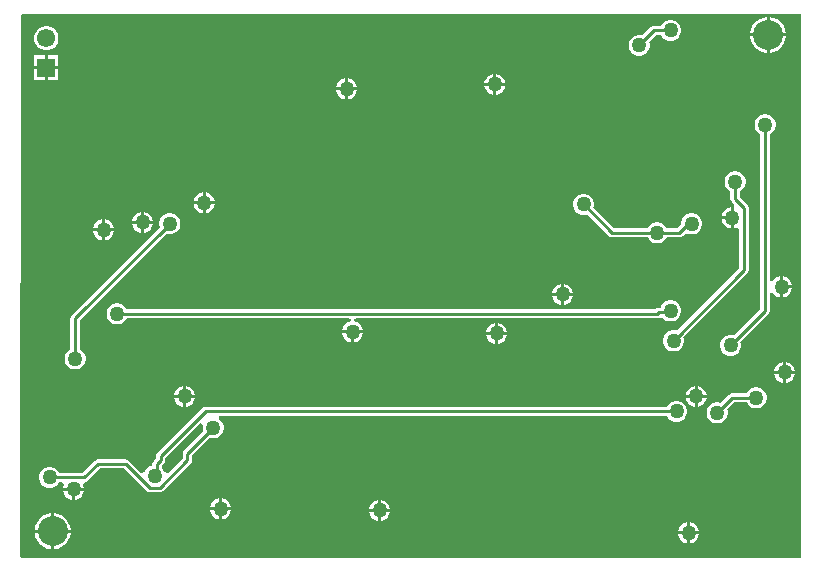
<source format=gbl>
G04*
G04 #@! TF.GenerationSoftware,Altium Limited,Altium Designer,25.0.2 (28)*
G04*
G04 Layer_Physical_Order=2*
G04 Layer_Color=16711680*
%FSLAX44Y44*%
%MOMM*%
G71*
G04*
G04 #@! TF.SameCoordinates,877775E4-4AF8-4732-A6CF-0C93CC7184C8*
G04*
G04*
G04 #@! TF.FilePolarity,Positive*
G04*
G01*
G75*
%ADD15C,0.2540*%
%ADD31C,1.5500*%
%ADD32R,1.5500X1.5500*%
%ADD34C,2.5400*%
%ADD35C,1.2700*%
G36*
X1332230Y590550D02*
X672358D01*
X670565Y592349D01*
X671825Y1051034D01*
X673100Y1051560D01*
X1332230D01*
Y590550D01*
D02*
G37*
%LPC*%
G36*
X1305791Y1049020D02*
X1305560D01*
Y1035050D01*
X1319530D01*
Y1035281D01*
X1318944Y1038225D01*
X1317796Y1040999D01*
X1316128Y1043495D01*
X1314005Y1045618D01*
X1311509Y1047286D01*
X1308735Y1048434D01*
X1305791Y1049020D01*
D02*
G37*
G36*
X1303020D02*
X1302789D01*
X1299845Y1048434D01*
X1297071Y1047286D01*
X1294575Y1045618D01*
X1292452Y1043495D01*
X1290784Y1040999D01*
X1289636Y1038225D01*
X1289050Y1035281D01*
Y1035050D01*
X1303020D01*
Y1049020D01*
D02*
G37*
G36*
X1222910Y1046480D02*
X1220570D01*
X1218309Y1045874D01*
X1216281Y1044704D01*
X1214626Y1043049D01*
X1213717Y1041475D01*
X1207770D01*
X1206283Y1041179D01*
X1205023Y1040337D01*
X1197996Y1033310D01*
X1196240Y1033780D01*
X1193900D01*
X1191639Y1033174D01*
X1189611Y1032004D01*
X1187956Y1030349D01*
X1186786Y1028321D01*
X1186180Y1026060D01*
Y1023720D01*
X1186786Y1021459D01*
X1187956Y1019431D01*
X1189611Y1017776D01*
X1191639Y1016606D01*
X1193900Y1016000D01*
X1196240D01*
X1198501Y1016606D01*
X1200529Y1017776D01*
X1202184Y1019431D01*
X1203354Y1021459D01*
X1203960Y1023720D01*
Y1026060D01*
X1203490Y1027816D01*
X1209379Y1033705D01*
X1213717D01*
X1214626Y1032131D01*
X1216281Y1030476D01*
X1218309Y1029306D01*
X1220570Y1028700D01*
X1222910D01*
X1225171Y1029306D01*
X1227199Y1030476D01*
X1228854Y1032131D01*
X1230024Y1034159D01*
X1230630Y1036420D01*
Y1038760D01*
X1230024Y1041021D01*
X1228854Y1043049D01*
X1227199Y1044704D01*
X1225171Y1045874D01*
X1222910Y1046480D01*
D02*
G37*
G36*
X694605Y1041330D02*
X691895D01*
X689278Y1040629D01*
X686932Y1039274D01*
X685016Y1037358D01*
X683661Y1035012D01*
X682960Y1032395D01*
Y1029685D01*
X683661Y1027068D01*
X685016Y1024722D01*
X686932Y1022806D01*
X689278Y1021451D01*
X691895Y1020750D01*
X694605D01*
X697222Y1021451D01*
X699568Y1022806D01*
X701484Y1024722D01*
X702839Y1027068D01*
X703540Y1029685D01*
Y1032395D01*
X702839Y1035012D01*
X701484Y1037358D01*
X699568Y1039274D01*
X697222Y1040629D01*
X694605Y1041330D01*
D02*
G37*
G36*
X1319530Y1032510D02*
X1305560D01*
Y1018540D01*
X1305791D01*
X1308735Y1019126D01*
X1311509Y1020275D01*
X1314005Y1021942D01*
X1316128Y1024065D01*
X1317796Y1026561D01*
X1318944Y1029335D01*
X1319530Y1032279D01*
Y1032510D01*
D02*
G37*
G36*
X1303020D02*
X1289050D01*
Y1032279D01*
X1289636Y1029335D01*
X1290784Y1026561D01*
X1292452Y1024065D01*
X1294575Y1021942D01*
X1297071Y1020275D01*
X1299845Y1019126D01*
X1302789Y1018540D01*
X1303020D01*
Y1032510D01*
D02*
G37*
G36*
X703540Y1016330D02*
X694520D01*
Y1007310D01*
X703540D01*
Y1016330D01*
D02*
G37*
G36*
X691980D02*
X682960D01*
Y1007310D01*
X691980D01*
Y1016330D01*
D02*
G37*
G36*
X703540Y1004770D02*
X694520D01*
Y995750D01*
X703540D01*
Y1004770D01*
D02*
G37*
G36*
X691980D02*
X682960D01*
Y995750D01*
X691980D01*
Y1004770D01*
D02*
G37*
G36*
X1074310Y1000733D02*
Y993140D01*
X1081903D01*
X1081324Y995301D01*
X1080154Y997329D01*
X1078499Y998984D01*
X1076471Y1000154D01*
X1074310Y1000733D01*
D02*
G37*
G36*
X1071770D02*
X1069609Y1000154D01*
X1067581Y998984D01*
X1065926Y997329D01*
X1064756Y995301D01*
X1064177Y993140D01*
X1071770D01*
Y1000733D01*
D02*
G37*
G36*
X948690Y996923D02*
Y989330D01*
X956283D01*
X955704Y991491D01*
X954534Y993519D01*
X952879Y995174D01*
X950851Y996344D01*
X948690Y996923D01*
D02*
G37*
G36*
X946150D02*
X943989Y996344D01*
X941961Y995174D01*
X940306Y993519D01*
X939136Y991491D01*
X938557Y989330D01*
X946150D01*
Y996923D01*
D02*
G37*
G36*
X1081903Y990600D02*
X1074310D01*
Y983007D01*
X1076471Y983586D01*
X1078499Y984756D01*
X1080154Y986411D01*
X1081324Y988439D01*
X1081903Y990600D01*
D02*
G37*
G36*
X1071770D02*
X1064177D01*
X1064756Y988439D01*
X1065926Y986411D01*
X1067581Y984756D01*
X1069609Y983586D01*
X1071770Y983007D01*
Y990600D01*
D02*
G37*
G36*
X956283Y986790D02*
X948690D01*
Y979197D01*
X950851Y979776D01*
X952879Y980946D01*
X954534Y982601D01*
X955704Y984629D01*
X956283Y986790D01*
D02*
G37*
G36*
X946150D02*
X938557D01*
X939136Y984629D01*
X940306Y982601D01*
X941961Y980946D01*
X943989Y979776D01*
X946150Y979197D01*
Y986790D01*
D02*
G37*
G36*
X828040Y900403D02*
Y892810D01*
X835633D01*
X835054Y894971D01*
X833884Y896999D01*
X832229Y898654D01*
X830201Y899824D01*
X828040Y900403D01*
D02*
G37*
G36*
X825500D02*
X823339Y899824D01*
X821311Y898654D01*
X819656Y896999D01*
X818486Y894971D01*
X817907Y892810D01*
X825500D01*
Y900403D01*
D02*
G37*
G36*
X835633Y890270D02*
X828040D01*
Y882677D01*
X830201Y883256D01*
X832229Y884426D01*
X833884Y886081D01*
X835054Y888109D01*
X835633Y890270D01*
D02*
G37*
G36*
X825500D02*
X817907D01*
X818486Y888109D01*
X819656Y886081D01*
X821311Y884426D01*
X823339Y883256D01*
X825500Y882677D01*
Y890270D01*
D02*
G37*
G36*
X1272540Y887703D02*
X1270379Y887124D01*
X1268351Y885954D01*
X1266696Y884299D01*
X1265526Y882271D01*
X1264947Y880110D01*
X1272540D01*
Y887703D01*
D02*
G37*
G36*
X775970Y883893D02*
Y876300D01*
X783563D01*
X782984Y878461D01*
X781814Y880489D01*
X780159Y882144D01*
X778131Y883314D01*
X775970Y883893D01*
D02*
G37*
G36*
X773430D02*
X771269Y883314D01*
X769241Y882144D01*
X767586Y880489D01*
X766416Y878461D01*
X765837Y876300D01*
X773430D01*
Y883893D01*
D02*
G37*
G36*
X1272540Y877570D02*
X1264947D01*
X1265526Y875409D01*
X1266696Y873381D01*
X1268351Y871726D01*
X1270379Y870556D01*
X1272540Y869977D01*
Y877570D01*
D02*
G37*
G36*
X742950Y877543D02*
Y869950D01*
X750543D01*
X749964Y872111D01*
X748794Y874139D01*
X747139Y875794D01*
X745111Y876964D01*
X742950Y877543D01*
D02*
G37*
G36*
X740410D02*
X738249Y876964D01*
X736221Y875794D01*
X734566Y874139D01*
X733396Y872111D01*
X732817Y869950D01*
X740410D01*
Y877543D01*
D02*
G37*
G36*
X783563Y873760D02*
X775970D01*
Y866167D01*
X778131Y866746D01*
X780159Y867916D01*
X781814Y869571D01*
X782984Y871599D01*
X783563Y873760D01*
D02*
G37*
G36*
X773430D02*
X765837D01*
X766416Y871599D01*
X767586Y869571D01*
X769241Y867916D01*
X771269Y866746D01*
X773430Y866167D01*
Y873760D01*
D02*
G37*
G36*
X798918Y882838D02*
X796577D01*
X794316Y882232D01*
X792289Y881061D01*
X790634Y879406D01*
X789463Y877379D01*
X788857Y875118D01*
Y872777D01*
X789328Y871022D01*
X714803Y796497D01*
X713961Y795237D01*
X713665Y793750D01*
Y767483D01*
X712091Y766574D01*
X710436Y764919D01*
X709266Y762891D01*
X708660Y760630D01*
Y758290D01*
X709266Y756029D01*
X710436Y754001D01*
X712091Y752346D01*
X714119Y751176D01*
X716380Y750570D01*
X718720D01*
X720981Y751176D01*
X723009Y752346D01*
X724664Y754001D01*
X725834Y756029D01*
X726440Y758290D01*
Y760630D01*
X725834Y762891D01*
X724664Y764919D01*
X723009Y766574D01*
X721435Y767483D01*
Y792141D01*
X794822Y865528D01*
X796577Y865058D01*
X798918D01*
X801179Y865663D01*
X803206Y866834D01*
X804861Y868489D01*
X806032Y870516D01*
X806637Y872777D01*
Y875118D01*
X806032Y877379D01*
X804861Y879406D01*
X803206Y881061D01*
X801179Y882232D01*
X798918Y882838D01*
D02*
G37*
G36*
X1149250Y899160D02*
X1146910D01*
X1144649Y898554D01*
X1142621Y897384D01*
X1140966Y895729D01*
X1139796Y893701D01*
X1139190Y891440D01*
Y889100D01*
X1139796Y886839D01*
X1140966Y884811D01*
X1142621Y883156D01*
X1144649Y881986D01*
X1146910Y881380D01*
X1149250D01*
X1151006Y881850D01*
X1169463Y863393D01*
X1170723Y862551D01*
X1172210Y862255D01*
X1202288D01*
X1203196Y860681D01*
X1204851Y859026D01*
X1206879Y857856D01*
X1209140Y857250D01*
X1211480D01*
X1213741Y857856D01*
X1215769Y859026D01*
X1217424Y860681D01*
X1218333Y862255D01*
X1229151D01*
X1230637Y862551D01*
X1231898Y863393D01*
X1234752Y866247D01*
X1236089Y865476D01*
X1238350Y864870D01*
X1240690D01*
X1242951Y865476D01*
X1244979Y866646D01*
X1246634Y868301D01*
X1247804Y870329D01*
X1248410Y872590D01*
Y874930D01*
X1247804Y877191D01*
X1246634Y879219D01*
X1244979Y880874D01*
X1242951Y882044D01*
X1240690Y882650D01*
X1238350D01*
X1236089Y882044D01*
X1234061Y880874D01*
X1232406Y879219D01*
X1231236Y877191D01*
X1230630Y874930D01*
Y873113D01*
X1227542Y870025D01*
X1218333D01*
X1217424Y871599D01*
X1215769Y873254D01*
X1213741Y874424D01*
X1211480Y875030D01*
X1209140D01*
X1206879Y874424D01*
X1204851Y873254D01*
X1203196Y871599D01*
X1202288Y870025D01*
X1173819D01*
X1156500Y887344D01*
X1156970Y889100D01*
Y891440D01*
X1156364Y893701D01*
X1155194Y895729D01*
X1153539Y897384D01*
X1151511Y898554D01*
X1149250Y899160D01*
D02*
G37*
G36*
X750543Y867410D02*
X742950D01*
Y859817D01*
X745111Y860396D01*
X747139Y861566D01*
X748794Y863221D01*
X749964Y865249D01*
X750543Y867410D01*
D02*
G37*
G36*
X740410D02*
X732817D01*
X733396Y865249D01*
X734566Y863221D01*
X736221Y861566D01*
X738249Y860396D01*
X740410Y859817D01*
Y867410D01*
D02*
G37*
G36*
X1316990Y829283D02*
Y821690D01*
X1324583D01*
X1324004Y823851D01*
X1322834Y825879D01*
X1321179Y827534D01*
X1319151Y828704D01*
X1316990Y829283D01*
D02*
G37*
G36*
X1131570Y822933D02*
Y815340D01*
X1139163D01*
X1138584Y817501D01*
X1137414Y819529D01*
X1135759Y821184D01*
X1133731Y822354D01*
X1131570Y822933D01*
D02*
G37*
G36*
X1129030D02*
X1126869Y822354D01*
X1124841Y821184D01*
X1123186Y819529D01*
X1122016Y817501D01*
X1121437Y815340D01*
X1129030D01*
Y822933D01*
D02*
G37*
G36*
X1324583Y819150D02*
X1316990D01*
Y811557D01*
X1319151Y812136D01*
X1321179Y813306D01*
X1322834Y814961D01*
X1324004Y816989D01*
X1324583Y819150D01*
D02*
G37*
G36*
X1302920Y966470D02*
X1300580D01*
X1298319Y965864D01*
X1296291Y964694D01*
X1294636Y963039D01*
X1293466Y961011D01*
X1292860Y958750D01*
Y956410D01*
X1293466Y954149D01*
X1294636Y952121D01*
X1296291Y950466D01*
X1297865Y949557D01*
Y801709D01*
X1275466Y779310D01*
X1273710Y779780D01*
X1271370D01*
X1269109Y779174D01*
X1267081Y778004D01*
X1265426Y776349D01*
X1264256Y774321D01*
X1263650Y772060D01*
Y769720D01*
X1264256Y767459D01*
X1265426Y765431D01*
X1267081Y763776D01*
X1269109Y762606D01*
X1271370Y762000D01*
X1273710D01*
X1275971Y762606D01*
X1277999Y763776D01*
X1279654Y765431D01*
X1280824Y767459D01*
X1281430Y769720D01*
Y772060D01*
X1280960Y773816D01*
X1304497Y797353D01*
X1305339Y798613D01*
X1305635Y800100D01*
Y815028D01*
X1308175Y815709D01*
X1308606Y814961D01*
X1310261Y813306D01*
X1312289Y812136D01*
X1314450Y811557D01*
Y820420D01*
Y829283D01*
X1312289Y828704D01*
X1310261Y827534D01*
X1308606Y825879D01*
X1308175Y825131D01*
X1305635Y825812D01*
Y949557D01*
X1307209Y950466D01*
X1308864Y952121D01*
X1310034Y954149D01*
X1310640Y956410D01*
Y958750D01*
X1310034Y961011D01*
X1308864Y963039D01*
X1307209Y964694D01*
X1305181Y965864D01*
X1302920Y966470D01*
D02*
G37*
G36*
X1139163Y812800D02*
X1131570D01*
Y805207D01*
X1133731Y805786D01*
X1135759Y806956D01*
X1137414Y808611D01*
X1138584Y810639D01*
X1139163Y812800D01*
D02*
G37*
G36*
X1129030D02*
X1121437D01*
X1122016Y810639D01*
X1123186Y808611D01*
X1124841Y806956D01*
X1126869Y805786D01*
X1129030Y805207D01*
Y812800D01*
D02*
G37*
G36*
X1222910Y808990D02*
X1220570D01*
X1218309Y808384D01*
X1216281Y807214D01*
X1214626Y805559D01*
X1213456Y803531D01*
X1213245Y802745D01*
X1211580D01*
X1210093Y802449D01*
X1208833Y801607D01*
X1208701Y801475D01*
X761115D01*
X760224Y803019D01*
X758569Y804674D01*
X756541Y805844D01*
X754280Y806450D01*
X751940D01*
X749679Y805844D01*
X747651Y804674D01*
X745996Y803019D01*
X744826Y800991D01*
X744220Y798730D01*
Y796390D01*
X744826Y794129D01*
X745996Y792101D01*
X747651Y790446D01*
X749679Y789276D01*
X751940Y788670D01*
X754280D01*
X756541Y789276D01*
X758569Y790446D01*
X760224Y792101D01*
X761150Y793705D01*
X948755D01*
X951229Y793544D01*
Y793544D01*
D01*
X951330Y791210D01*
X951187Y791172D01*
X949069Y790604D01*
X947041Y789434D01*
X945386Y787779D01*
X944216Y785751D01*
X943637Y783590D01*
X961363D01*
X960784Y785751D01*
X959614Y787779D01*
X957959Y789434D01*
X955931Y790604D01*
X953813Y791172D01*
X953670Y791210D01*
X953771Y793544D01*
X956245Y793705D01*
X1210310D01*
X1211796Y794001D01*
X1212162Y794246D01*
X1214626Y794641D01*
X1216281Y792986D01*
X1218309Y791816D01*
X1220570Y791210D01*
X1222910D01*
X1225171Y791816D01*
X1227199Y792986D01*
X1228854Y794641D01*
X1230024Y796669D01*
X1230630Y798930D01*
Y801270D01*
X1230024Y803531D01*
X1228854Y805559D01*
X1227199Y807214D01*
X1225171Y808384D01*
X1222910Y808990D01*
D02*
G37*
G36*
X1277520Y918210D02*
X1275180D01*
X1272919Y917604D01*
X1270891Y916434D01*
X1269236Y914779D01*
X1268066Y912751D01*
X1267460Y910490D01*
Y908150D01*
X1268066Y905889D01*
X1269236Y903861D01*
X1270891Y902206D01*
X1272465Y901298D01*
Y895046D01*
X1272761Y893560D01*
X1273603Y892299D01*
X1275749Y890154D01*
X1275289Y888704D01*
X1275080Y888417D01*
Y878840D01*
Y869977D01*
X1277241Y870556D01*
X1277545Y870731D01*
X1280085Y869265D01*
Y835999D01*
X1227206Y783120D01*
X1225450Y783590D01*
X1223110D01*
X1220849Y782984D01*
X1218821Y781814D01*
X1217166Y780159D01*
X1215996Y778131D01*
X1215390Y775870D01*
Y773530D01*
X1215996Y771269D01*
X1217166Y769241D01*
X1218821Y767586D01*
X1220849Y766416D01*
X1223110Y765810D01*
X1225450D01*
X1227711Y766416D01*
X1229739Y767586D01*
X1231394Y769241D01*
X1232564Y771269D01*
X1233170Y773530D01*
Y775870D01*
X1232700Y777626D01*
X1286717Y831643D01*
X1287559Y832903D01*
X1287855Y834390D01*
Y887426D01*
X1287559Y888913D01*
X1286717Y890173D01*
X1280235Y896655D01*
Y901298D01*
X1281809Y902206D01*
X1283464Y903861D01*
X1284634Y905889D01*
X1285240Y908150D01*
Y910490D01*
X1284634Y912751D01*
X1283464Y914779D01*
X1281809Y916434D01*
X1279781Y917604D01*
X1277520Y918210D01*
D02*
G37*
G36*
X1075690Y789913D02*
Y782320D01*
X1083283D01*
X1082704Y784481D01*
X1081534Y786509D01*
X1079879Y788164D01*
X1077851Y789334D01*
X1075690Y789913D01*
D02*
G37*
G36*
X1073150D02*
X1070989Y789334D01*
X1068961Y788164D01*
X1067306Y786509D01*
X1066136Y784481D01*
X1065557Y782320D01*
X1073150D01*
Y789913D01*
D02*
G37*
G36*
X961363Y781050D02*
X953770D01*
Y773457D01*
X955931Y774036D01*
X957959Y775206D01*
X959614Y776861D01*
X960784Y778889D01*
X961363Y781050D01*
D02*
G37*
G36*
X951230D02*
X943637D01*
X944216Y778889D01*
X945386Y776861D01*
X947041Y775206D01*
X949069Y774036D01*
X951230Y773457D01*
Y781050D01*
D02*
G37*
G36*
X1083283Y779780D02*
X1075690D01*
Y772187D01*
X1077851Y772766D01*
X1079879Y773936D01*
X1081534Y775591D01*
X1082704Y777619D01*
X1083283Y779780D01*
D02*
G37*
G36*
X1073150D02*
X1065557D01*
X1066136Y777619D01*
X1067306Y775591D01*
X1068961Y773936D01*
X1070989Y772766D01*
X1073150Y772187D01*
Y779780D01*
D02*
G37*
G36*
X1319530Y756893D02*
Y749300D01*
X1327123D01*
X1326544Y751461D01*
X1325374Y753489D01*
X1323719Y755144D01*
X1321691Y756314D01*
X1319530Y756893D01*
D02*
G37*
G36*
X1316990D02*
X1314829Y756314D01*
X1312801Y755144D01*
X1311146Y753489D01*
X1309976Y751461D01*
X1309397Y749300D01*
X1316990D01*
Y756893D01*
D02*
G37*
G36*
X1327123Y746760D02*
X1319530D01*
Y739167D01*
X1321691Y739746D01*
X1323719Y740916D01*
X1325374Y742571D01*
X1326544Y744599D01*
X1327123Y746760D01*
D02*
G37*
G36*
X1316990D02*
X1309397D01*
X1309976Y744599D01*
X1311146Y742571D01*
X1312801Y740916D01*
X1314829Y739746D01*
X1316990Y739167D01*
Y746760D01*
D02*
G37*
G36*
X1244600Y736573D02*
Y728980D01*
X1252193D01*
X1251614Y731141D01*
X1250444Y733169D01*
X1248789Y734824D01*
X1246761Y735994D01*
X1244600Y736573D01*
D02*
G37*
G36*
X1242060D02*
X1239899Y735994D01*
X1237871Y734824D01*
X1236216Y733169D01*
X1235046Y731141D01*
X1234467Y728980D01*
X1242060D01*
Y736573D01*
D02*
G37*
G36*
X811530D02*
Y728980D01*
X819123D01*
X818544Y731141D01*
X817374Y733169D01*
X815719Y734824D01*
X813691Y735994D01*
X811530Y736573D01*
D02*
G37*
G36*
X808990D02*
X806829Y735994D01*
X804801Y734824D01*
X803146Y733169D01*
X801976Y731141D01*
X801397Y728980D01*
X808990D01*
Y736573D01*
D02*
G37*
G36*
X1295300Y735330D02*
X1292960D01*
X1290699Y734724D01*
X1288671Y733554D01*
X1287016Y731899D01*
X1286107Y730325D01*
X1273810D01*
X1272323Y730029D01*
X1271063Y729187D01*
X1264036Y722160D01*
X1262280Y722630D01*
X1259940D01*
X1257679Y722024D01*
X1255651Y720854D01*
X1253996Y719199D01*
X1252826Y717171D01*
X1252220Y714910D01*
Y712570D01*
X1252826Y710309D01*
X1253996Y708281D01*
X1255651Y706626D01*
X1257679Y705456D01*
X1259940Y704850D01*
X1262280D01*
X1264541Y705456D01*
X1266569Y706626D01*
X1268224Y708281D01*
X1269394Y710309D01*
X1270000Y712570D01*
Y714910D01*
X1269530Y716666D01*
X1275419Y722555D01*
X1286107D01*
X1287016Y720981D01*
X1288671Y719326D01*
X1290699Y718156D01*
X1292960Y717550D01*
X1295300D01*
X1297561Y718156D01*
X1299589Y719326D01*
X1301244Y720981D01*
X1302414Y723009D01*
X1303020Y725270D01*
Y727610D01*
X1302414Y729871D01*
X1301244Y731899D01*
X1299589Y733554D01*
X1297561Y734724D01*
X1295300Y735330D01*
D02*
G37*
G36*
X1252193Y726440D02*
X1244600D01*
Y718847D01*
X1246761Y719426D01*
X1248789Y720596D01*
X1250444Y722251D01*
X1251614Y724279D01*
X1252193Y726440D01*
D02*
G37*
G36*
X1242060D02*
X1234467D01*
X1235046Y724279D01*
X1236216Y722251D01*
X1237871Y720596D01*
X1239899Y719426D01*
X1242060Y718847D01*
Y726440D01*
D02*
G37*
G36*
X819123D02*
X811530D01*
Y718847D01*
X813691Y719426D01*
X815719Y720596D01*
X817374Y722251D01*
X818544Y724279D01*
X819123Y726440D01*
D02*
G37*
G36*
X808990D02*
X801397D01*
X801976Y724279D01*
X803146Y722251D01*
X804801Y720596D01*
X806829Y719426D01*
X808990Y718847D01*
Y726440D01*
D02*
G37*
G36*
X1227990Y723900D02*
X1225650D01*
X1223389Y723294D01*
X1221361Y722124D01*
X1219706Y720469D01*
X1218798Y718895D01*
X828040D01*
X826553Y718599D01*
X825293Y717757D01*
X787180Y679644D01*
X786338Y678384D01*
X786043Y676897D01*
Y675226D01*
X784057Y673240D01*
X783215Y671980D01*
X782919Y670493D01*
Y669084D01*
X781429Y668684D01*
X779401Y667514D01*
X777746Y665859D01*
X776576Y663831D01*
X776485Y663492D01*
X773652Y662733D01*
X763079Y673307D01*
X761818Y674149D01*
X760332Y674445D01*
X736904D01*
X735417Y674149D01*
X734157Y673307D01*
X723865Y663015D01*
X703982D01*
X703074Y664589D01*
X701419Y666244D01*
X699391Y667414D01*
X697130Y668020D01*
X694790D01*
X692529Y667414D01*
X690501Y666244D01*
X688846Y664589D01*
X687676Y662561D01*
X687070Y660300D01*
Y657960D01*
X687676Y655699D01*
X688846Y653671D01*
X690501Y652016D01*
X692529Y650846D01*
X694790Y650240D01*
X697130D01*
X699391Y650846D01*
X701419Y652016D01*
X703074Y653671D01*
X703982Y655245D01*
X706705D01*
X708171Y652705D01*
X707996Y652401D01*
X707417Y650240D01*
X725143D01*
X724564Y652401D01*
X724389Y652705D01*
X725098Y654365D01*
X725816Y655313D01*
X726960Y655541D01*
X728221Y656383D01*
X738513Y666675D01*
X758723D01*
X777905Y647493D01*
X779165Y646651D01*
X780652Y646355D01*
X789068D01*
X790555Y646651D01*
X791815Y647493D01*
X815374Y671052D01*
X816216Y672312D01*
X816512Y673798D01*
Y677668D01*
X831464Y692620D01*
X833220Y692150D01*
X835560D01*
X837821Y692756D01*
X839849Y693926D01*
X841504Y695581D01*
X842674Y697609D01*
X843280Y699870D01*
Y702210D01*
X842674Y704471D01*
X841504Y706499D01*
X839849Y708154D01*
X839101Y708585D01*
X839782Y711125D01*
X1218798D01*
X1219706Y709551D01*
X1221361Y707896D01*
X1223389Y706726D01*
X1225650Y706120D01*
X1227990D01*
X1230251Y706726D01*
X1232279Y707896D01*
X1233934Y709551D01*
X1235104Y711579D01*
X1235710Y713840D01*
Y716180D01*
X1235104Y718441D01*
X1233934Y720469D01*
X1232279Y722124D01*
X1230251Y723294D01*
X1227990Y723900D01*
D02*
G37*
G36*
X725143Y647700D02*
X717550D01*
Y640107D01*
X719711Y640686D01*
X721739Y641856D01*
X723394Y643511D01*
X724564Y645539D01*
X725143Y647700D01*
D02*
G37*
G36*
X715010D02*
X707417D01*
X707996Y645539D01*
X709166Y643511D01*
X710821Y641856D01*
X712849Y640686D01*
X715010Y640107D01*
Y647700D01*
D02*
G37*
G36*
X842010Y641323D02*
Y633730D01*
X849603D01*
X849024Y635891D01*
X847854Y637919D01*
X846199Y639574D01*
X844171Y640744D01*
X842010Y641323D01*
D02*
G37*
G36*
X839470D02*
X837309Y640744D01*
X835281Y639574D01*
X833626Y637919D01*
X832456Y635891D01*
X831877Y633730D01*
X839470D01*
Y641323D01*
D02*
G37*
G36*
X976630Y640053D02*
Y632460D01*
X984223D01*
X983644Y634621D01*
X982474Y636649D01*
X980819Y638304D01*
X978791Y639474D01*
X976630Y640053D01*
D02*
G37*
G36*
X974090D02*
X971929Y639474D01*
X969901Y638304D01*
X968246Y636649D01*
X967076Y634621D01*
X966497Y632460D01*
X974090D01*
Y640053D01*
D02*
G37*
G36*
X849603Y631190D02*
X842010D01*
Y623597D01*
X844171Y624176D01*
X846199Y625346D01*
X847854Y627001D01*
X849024Y629029D01*
X849603Y631190D01*
D02*
G37*
G36*
X839470D02*
X831877D01*
X832456Y629029D01*
X833626Y627001D01*
X835281Y625346D01*
X837309Y624176D01*
X839470Y623597D01*
Y631190D01*
D02*
G37*
G36*
X984223Y629920D02*
X976630D01*
Y622327D01*
X978791Y622906D01*
X980819Y624076D01*
X982474Y625731D01*
X983644Y627759D01*
X984223Y629920D01*
D02*
G37*
G36*
X974090D02*
X966497D01*
X967076Y627759D01*
X968246Y625731D01*
X969901Y624076D01*
X971929Y622906D01*
X974090Y622327D01*
Y629920D01*
D02*
G37*
G36*
X700001Y628650D02*
X699770D01*
Y614680D01*
X713740D01*
Y614911D01*
X713154Y617855D01*
X712005Y620629D01*
X710338Y623125D01*
X708215Y625248D01*
X705719Y626916D01*
X702945Y628064D01*
X700001Y628650D01*
D02*
G37*
G36*
X697230D02*
X696999D01*
X694055Y628064D01*
X691281Y626916D01*
X688785Y625248D01*
X686662Y623125D01*
X684995Y620629D01*
X683846Y617855D01*
X683260Y614911D01*
Y614680D01*
X697230D01*
Y628650D01*
D02*
G37*
G36*
X1238250Y621003D02*
Y613410D01*
X1245843D01*
X1245264Y615571D01*
X1244094Y617599D01*
X1242439Y619254D01*
X1240411Y620424D01*
X1238250Y621003D01*
D02*
G37*
G36*
X1235710D02*
X1233549Y620424D01*
X1231521Y619254D01*
X1229866Y617599D01*
X1228696Y615571D01*
X1228117Y613410D01*
X1235710D01*
Y621003D01*
D02*
G37*
G36*
X1245843Y610870D02*
X1238250D01*
Y603277D01*
X1240411Y603856D01*
X1242439Y605026D01*
X1244094Y606681D01*
X1245264Y608709D01*
X1245843Y610870D01*
D02*
G37*
G36*
X1235710D02*
X1228117D01*
X1228696Y608709D01*
X1229866Y606681D01*
X1231521Y605026D01*
X1233549Y603856D01*
X1235710Y603277D01*
Y610870D01*
D02*
G37*
G36*
X713740Y612140D02*
X699770D01*
Y598170D01*
X700001D01*
X702945Y598756D01*
X705719Y599905D01*
X708215Y601572D01*
X710338Y603695D01*
X712005Y606191D01*
X713154Y608965D01*
X713740Y611909D01*
Y612140D01*
D02*
G37*
G36*
X697230D02*
X683260D01*
Y611909D01*
X683846Y608965D01*
X684995Y606191D01*
X686662Y603695D01*
X688785Y601572D01*
X691281Y599905D01*
X694055Y598756D01*
X696999Y598170D01*
X697230D01*
Y612140D01*
D02*
G37*
%LPD*%
G36*
X825930Y703814D02*
X825500Y702210D01*
Y699870D01*
X825970Y698114D01*
X809880Y682024D01*
X809038Y680763D01*
X808742Y679277D01*
Y675407D01*
X796068Y662733D01*
X793235Y663492D01*
X793144Y663831D01*
X791974Y665859D01*
X791254Y666578D01*
Y669449D01*
X792674Y670870D01*
X793516Y672130D01*
X793812Y673616D01*
Y675288D01*
X823652Y705129D01*
X825930Y703814D01*
D02*
G37*
D15*
X784860Y660400D02*
X786804Y662344D01*
X789068Y650240D02*
X812627Y673798D01*
X780652Y650240D02*
X789068D01*
X786804Y670493D02*
X789927Y673616D01*
X812627Y673798D02*
Y679277D01*
X760332Y670560D02*
X780652Y650240D01*
X736904Y670560D02*
X760332D01*
X786804Y662344D02*
Y670493D01*
X789927Y673616D02*
Y676897D01*
X812627Y679277D02*
X834390Y701040D01*
X789927Y676897D02*
X828040Y715010D01*
X1226820D01*
X717550Y793750D02*
X797747Y873948D01*
X717550Y759460D02*
Y793750D01*
X1224280Y774700D02*
X1283970Y834390D01*
X1276350Y895046D02*
X1283970Y887426D01*
Y834390D02*
Y887426D01*
X725474Y659130D02*
X736904Y670560D01*
X695960Y659130D02*
X725474D01*
X1210310Y797590D02*
X1211580Y798860D01*
X753140Y797590D02*
X1210310D01*
X1220500Y798860D02*
X1221740Y800100D01*
X1211580Y798860D02*
X1220500D01*
X753110Y797560D02*
X753140Y797590D01*
X826770Y889000D02*
X829310Y891540D01*
X826770Y889000D02*
Y891540D01*
X1236771Y873760D02*
X1239520D01*
X1229151Y866140D02*
X1236771Y873760D01*
X1210310Y866140D02*
X1229151D01*
X1172210D02*
X1210310D01*
X1148080Y890270D02*
X1172210Y866140D01*
X1301750Y800100D02*
Y957580D01*
X1272540Y770890D02*
X1301750Y800100D01*
X1276350Y895046D02*
Y909320D01*
X1273810Y726440D02*
X1294130D01*
X1261110Y713740D02*
X1273810Y726440D01*
X1207770Y1037590D02*
X1221740D01*
X1195070Y1024890D02*
X1207770Y1037590D01*
D31*
X693250Y1031040D02*
D03*
D32*
Y1006040D02*
D03*
D34*
X1304290Y1033780D02*
D03*
X698500Y613410D02*
D03*
D35*
X1236980Y612140D02*
D03*
X784860Y660400D02*
D03*
X834390Y701040D02*
D03*
X1226820Y715010D02*
D03*
X810260Y727710D02*
D03*
X717550Y759460D02*
D03*
X952500Y782320D02*
D03*
X1273810Y878840D02*
D03*
X774700Y875030D02*
D03*
X695960Y659130D02*
D03*
X840740Y632460D02*
D03*
X1221740Y800100D02*
D03*
X1224280Y774700D02*
D03*
X975360Y631190D02*
D03*
X741680Y868680D02*
D03*
X797747Y873948D02*
D03*
X753110Y797560D02*
D03*
X826770Y891540D02*
D03*
X716280Y648970D02*
D03*
X1239520Y873760D02*
D03*
X1148080Y890270D02*
D03*
X1210310Y866140D02*
D03*
X1272540Y770890D02*
D03*
X1301750Y957580D02*
D03*
X1276350Y909320D02*
D03*
X1294130Y726440D02*
D03*
X1261110Y713740D02*
D03*
X1243330Y727710D02*
D03*
X1318260Y748030D02*
D03*
X1315720Y820420D02*
D03*
X1221740Y1037590D02*
D03*
X1195070Y1024890D02*
D03*
X1130300Y814070D02*
D03*
X1074420Y781050D02*
D03*
X1073040Y991870D02*
D03*
X947420Y988060D02*
D03*
M02*

</source>
